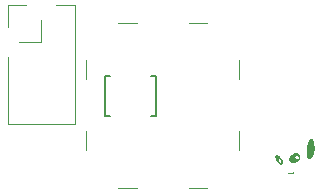
<source format=gbr>
G04 #@! TF.GenerationSoftware,KiCad,Pcbnew,5.1.5-52549c5~84~ubuntu18.04.1*
G04 #@! TF.CreationDate,2020-05-04T21:01:36+02:00*
G04 #@! TF.ProjectId,rs485_adapter,72733438-355f-4616-9461-707465722e6b,rev?*
G04 #@! TF.SameCoordinates,Original*
G04 #@! TF.FileFunction,Legend,Top*
G04 #@! TF.FilePolarity,Positive*
%FSLAX46Y46*%
G04 Gerber Fmt 4.6, Leading zero omitted, Abs format (unit mm)*
G04 Created by KiCad (PCBNEW 5.1.5-52549c5~84~ubuntu18.04.1) date 2020-05-04 21:01:36*
%MOMM*%
%LPD*%
G04 APERTURE LIST*
%ADD10C,0.120000*%
%ADD11C,0.152400*%
%ADD12C,0.010000*%
%ADD13C,0.060000*%
%ADD14C,0.100000*%
G04 APERTURE END LIST*
D10*
X127325001Y-99145001D02*
X128925001Y-99145001D01*
X127325001Y-113105001D02*
X128925001Y-113105001D01*
X133325001Y-99145001D02*
X134925001Y-99145001D01*
X133325001Y-113105001D02*
X134925001Y-113105001D01*
X124625001Y-102325001D02*
X124625001Y-103925001D01*
X137625001Y-102325001D02*
X137625001Y-103925001D01*
X124625001Y-108325001D02*
X124625001Y-109925001D01*
X137625001Y-108325001D02*
X137625001Y-109925001D01*
X118070000Y-97625000D02*
X119600000Y-97625000D01*
X118070000Y-99500000D02*
X118070000Y-97625000D01*
X120870000Y-100770000D02*
X119000000Y-100770000D01*
X120870000Y-98900000D02*
X120870000Y-100770000D01*
X122140000Y-97625000D02*
X123670000Y-97625000D01*
X123670000Y-97625000D02*
X123670000Y-107725000D01*
X118070000Y-107725000D02*
X123670000Y-107725000D01*
X118070000Y-102040000D02*
X118070000Y-107725000D01*
D11*
X126672800Y-103643600D02*
X126215600Y-103643600D01*
X130127200Y-106996400D02*
X130584400Y-106996400D01*
X130584400Y-106996400D02*
X130584400Y-103643600D01*
X130584400Y-103643600D02*
X130127200Y-103643600D01*
X126215600Y-103643600D02*
X126215600Y-106996400D01*
X126215600Y-106996400D02*
X126672800Y-106996400D01*
D12*
G36*
X143692597Y-109014074D02*
G01*
X143712744Y-109016301D01*
X143730259Y-109019900D01*
X143745584Y-109025644D01*
X143759162Y-109034307D01*
X143771435Y-109046660D01*
X143782846Y-109063476D01*
X143793836Y-109085529D01*
X143804849Y-109113591D01*
X143816327Y-109148435D01*
X143828712Y-109190834D01*
X143842446Y-109241561D01*
X143857973Y-109301388D01*
X143858695Y-109304203D01*
X143875902Y-109376810D01*
X143889936Y-109448612D01*
X143901085Y-109521779D01*
X143909634Y-109598486D01*
X143915870Y-109680905D01*
X143920005Y-109769096D01*
X143921113Y-109802741D01*
X143921618Y-109828861D01*
X143921329Y-109850085D01*
X143920054Y-109869039D01*
X143917604Y-109888350D01*
X143913787Y-109910645D01*
X143908412Y-109938553D01*
X143907268Y-109944356D01*
X143890787Y-110023047D01*
X143873261Y-110097742D01*
X143854942Y-110167675D01*
X143836083Y-110232077D01*
X143816937Y-110290181D01*
X143797755Y-110341218D01*
X143778790Y-110384421D01*
X143760296Y-110419022D01*
X143743053Y-110443629D01*
X143732349Y-110457085D01*
X143718073Y-110476053D01*
X143702371Y-110497647D01*
X143691883Y-110512488D01*
X143666382Y-110546611D01*
X143642618Y-110573537D01*
X143621318Y-110592520D01*
X143604219Y-110602442D01*
X143592244Y-110605034D01*
X143574545Y-110606694D01*
X143560035Y-110607048D01*
X143543445Y-110606202D01*
X143528165Y-110603360D01*
X143511142Y-110597639D01*
X143489325Y-110588154D01*
X143480356Y-110583954D01*
X143457588Y-110572230D01*
X143436102Y-110559517D01*
X143419048Y-110547754D01*
X143412595Y-110542291D01*
X143389694Y-110514046D01*
X143369624Y-110476219D01*
X143352368Y-110428756D01*
X143337903Y-110371605D01*
X143329355Y-110325356D01*
X143326838Y-110308100D01*
X143324818Y-110289923D01*
X143323244Y-110269510D01*
X143322068Y-110245544D01*
X143321239Y-110216711D01*
X143320708Y-110181695D01*
X143320425Y-110139180D01*
X143320341Y-110087852D01*
X143320341Y-110086596D01*
X143320464Y-110030114D01*
X143320910Y-109981767D01*
X143321799Y-109939528D01*
X143323253Y-109901373D01*
X143325393Y-109865278D01*
X143328338Y-109829218D01*
X143332210Y-109791169D01*
X143337130Y-109749105D01*
X143343219Y-109701003D01*
X143343464Y-109699114D01*
X143352522Y-109642090D01*
X143365372Y-109579635D01*
X143381427Y-109513637D01*
X143400102Y-109445984D01*
X143420809Y-109378563D01*
X143442961Y-109313263D01*
X143465973Y-109251971D01*
X143489258Y-109196575D01*
X143512228Y-109148962D01*
X143517426Y-109139273D01*
X143545293Y-109095171D01*
X143576379Y-109057853D01*
X143576984Y-109057232D01*
X143599776Y-109035955D01*
X143620464Y-109022238D01*
X143642159Y-109014919D01*
X143667971Y-109012838D01*
X143692597Y-109014074D01*
G37*
X143692597Y-109014074D02*
X143712744Y-109016301D01*
X143730259Y-109019900D01*
X143745584Y-109025644D01*
X143759162Y-109034307D01*
X143771435Y-109046660D01*
X143782846Y-109063476D01*
X143793836Y-109085529D01*
X143804849Y-109113591D01*
X143816327Y-109148435D01*
X143828712Y-109190834D01*
X143842446Y-109241561D01*
X143857973Y-109301388D01*
X143858695Y-109304203D01*
X143875902Y-109376810D01*
X143889936Y-109448612D01*
X143901085Y-109521779D01*
X143909634Y-109598486D01*
X143915870Y-109680905D01*
X143920005Y-109769096D01*
X143921113Y-109802741D01*
X143921618Y-109828861D01*
X143921329Y-109850085D01*
X143920054Y-109869039D01*
X143917604Y-109888350D01*
X143913787Y-109910645D01*
X143908412Y-109938553D01*
X143907268Y-109944356D01*
X143890787Y-110023047D01*
X143873261Y-110097742D01*
X143854942Y-110167675D01*
X143836083Y-110232077D01*
X143816937Y-110290181D01*
X143797755Y-110341218D01*
X143778790Y-110384421D01*
X143760296Y-110419022D01*
X143743053Y-110443629D01*
X143732349Y-110457085D01*
X143718073Y-110476053D01*
X143702371Y-110497647D01*
X143691883Y-110512488D01*
X143666382Y-110546611D01*
X143642618Y-110573537D01*
X143621318Y-110592520D01*
X143604219Y-110602442D01*
X143592244Y-110605034D01*
X143574545Y-110606694D01*
X143560035Y-110607048D01*
X143543445Y-110606202D01*
X143528165Y-110603360D01*
X143511142Y-110597639D01*
X143489325Y-110588154D01*
X143480356Y-110583954D01*
X143457588Y-110572230D01*
X143436102Y-110559517D01*
X143419048Y-110547754D01*
X143412595Y-110542291D01*
X143389694Y-110514046D01*
X143369624Y-110476219D01*
X143352368Y-110428756D01*
X143337903Y-110371605D01*
X143329355Y-110325356D01*
X143326838Y-110308100D01*
X143324818Y-110289923D01*
X143323244Y-110269510D01*
X143322068Y-110245544D01*
X143321239Y-110216711D01*
X143320708Y-110181695D01*
X143320425Y-110139180D01*
X143320341Y-110087852D01*
X143320341Y-110086596D01*
X143320464Y-110030114D01*
X143320910Y-109981767D01*
X143321799Y-109939528D01*
X143323253Y-109901373D01*
X143325393Y-109865278D01*
X143328338Y-109829218D01*
X143332210Y-109791169D01*
X143337130Y-109749105D01*
X143343219Y-109701003D01*
X143343464Y-109699114D01*
X143352522Y-109642090D01*
X143365372Y-109579635D01*
X143381427Y-109513637D01*
X143400102Y-109445984D01*
X143420809Y-109378563D01*
X143442961Y-109313263D01*
X143465973Y-109251971D01*
X143489258Y-109196575D01*
X143512228Y-109148962D01*
X143517426Y-109139273D01*
X143545293Y-109095171D01*
X143576379Y-109057853D01*
X143576984Y-109057232D01*
X143599776Y-109035955D01*
X143620464Y-109022238D01*
X143642159Y-109014919D01*
X143667971Y-109012838D01*
X143692597Y-109014074D01*
G36*
X142432819Y-110186113D02*
G01*
X142470659Y-110189402D01*
X142491155Y-110193233D01*
X142542786Y-110210210D01*
X142587456Y-110233990D01*
X142625042Y-110263863D01*
X142655420Y-110299117D01*
X142678467Y-110339039D01*
X142694057Y-110382919D01*
X142702068Y-110430044D01*
X142702376Y-110479702D01*
X142694857Y-110531182D01*
X142679386Y-110583772D01*
X142655841Y-110636760D01*
X142624097Y-110689435D01*
X142586065Y-110738734D01*
X142536420Y-110789842D01*
X142481430Y-110834591D01*
X142422259Y-110872478D01*
X142360074Y-110903002D01*
X142296041Y-110925661D01*
X142231325Y-110939953D01*
X142167091Y-110945377D01*
X142112614Y-110942505D01*
X142057789Y-110931443D01*
X142008693Y-110912372D01*
X141965767Y-110885484D01*
X141947283Y-110869669D01*
X141915536Y-110835772D01*
X141892396Y-110801298D01*
X141876514Y-110763656D01*
X141866537Y-110720252D01*
X141865382Y-110712481D01*
X141862822Y-110658091D01*
X141869682Y-110603027D01*
X141885330Y-110548088D01*
X141898671Y-110517811D01*
X142263560Y-110517811D01*
X142265941Y-110539448D01*
X142278902Y-110583640D01*
X142300085Y-110622993D01*
X142328594Y-110656458D01*
X142363533Y-110682989D01*
X142404006Y-110701540D01*
X142404849Y-110701817D01*
X142424807Y-110705796D01*
X142451857Y-110707488D01*
X142470080Y-110707312D01*
X142494334Y-110705907D01*
X142512720Y-110702970D01*
X142529518Y-110697512D01*
X142547086Y-110689491D01*
X142584075Y-110666124D01*
X142614678Y-110636284D01*
X142638150Y-110601384D01*
X142653745Y-110562840D01*
X142660718Y-110522064D01*
X142658321Y-110480470D01*
X142658066Y-110479058D01*
X142645362Y-110437160D01*
X142624040Y-110398774D01*
X142595381Y-110365551D01*
X142560666Y-110339142D01*
X142541841Y-110329194D01*
X142511914Y-110319686D01*
X142476792Y-110315122D01*
X142440186Y-110315561D01*
X142405809Y-110321060D01*
X142387927Y-110326762D01*
X142352779Y-110345822D01*
X142322087Y-110372280D01*
X142296836Y-110404423D01*
X142278009Y-110440535D01*
X142266589Y-110478903D01*
X142263560Y-110517811D01*
X141898671Y-110517811D01*
X141909132Y-110494072D01*
X141940457Y-110441777D01*
X141978670Y-110392002D01*
X142023141Y-110345543D01*
X142073236Y-110303200D01*
X142128322Y-110265770D01*
X142187766Y-110234052D01*
X142250937Y-110208843D01*
X142269282Y-110203037D01*
X142305659Y-110194574D01*
X142347153Y-110188839D01*
X142390595Y-110185972D01*
X142432819Y-110186113D01*
G37*
X142432819Y-110186113D02*
X142470659Y-110189402D01*
X142491155Y-110193233D01*
X142542786Y-110210210D01*
X142587456Y-110233990D01*
X142625042Y-110263863D01*
X142655420Y-110299117D01*
X142678467Y-110339039D01*
X142694057Y-110382919D01*
X142702068Y-110430044D01*
X142702376Y-110479702D01*
X142694857Y-110531182D01*
X142679386Y-110583772D01*
X142655841Y-110636760D01*
X142624097Y-110689435D01*
X142586065Y-110738734D01*
X142536420Y-110789842D01*
X142481430Y-110834591D01*
X142422259Y-110872478D01*
X142360074Y-110903002D01*
X142296041Y-110925661D01*
X142231325Y-110939953D01*
X142167091Y-110945377D01*
X142112614Y-110942505D01*
X142057789Y-110931443D01*
X142008693Y-110912372D01*
X141965767Y-110885484D01*
X141947283Y-110869669D01*
X141915536Y-110835772D01*
X141892396Y-110801298D01*
X141876514Y-110763656D01*
X141866537Y-110720252D01*
X141865382Y-110712481D01*
X141862822Y-110658091D01*
X141869682Y-110603027D01*
X141885330Y-110548088D01*
X141898671Y-110517811D01*
X142263560Y-110517811D01*
X142265941Y-110539448D01*
X142278902Y-110583640D01*
X142300085Y-110622993D01*
X142328594Y-110656458D01*
X142363533Y-110682989D01*
X142404006Y-110701540D01*
X142404849Y-110701817D01*
X142424807Y-110705796D01*
X142451857Y-110707488D01*
X142470080Y-110707312D01*
X142494334Y-110705907D01*
X142512720Y-110702970D01*
X142529518Y-110697512D01*
X142547086Y-110689491D01*
X142584075Y-110666124D01*
X142614678Y-110636284D01*
X142638150Y-110601384D01*
X142653745Y-110562840D01*
X142660718Y-110522064D01*
X142658321Y-110480470D01*
X142658066Y-110479058D01*
X142645362Y-110437160D01*
X142624040Y-110398774D01*
X142595381Y-110365551D01*
X142560666Y-110339142D01*
X142541841Y-110329194D01*
X142511914Y-110319686D01*
X142476792Y-110315122D01*
X142440186Y-110315561D01*
X142405809Y-110321060D01*
X142387927Y-110326762D01*
X142352779Y-110345822D01*
X142322087Y-110372280D01*
X142296836Y-110404423D01*
X142278009Y-110440535D01*
X142266589Y-110478903D01*
X142263560Y-110517811D01*
X141898671Y-110517811D01*
X141909132Y-110494072D01*
X141940457Y-110441777D01*
X141978670Y-110392002D01*
X142023141Y-110345543D01*
X142073236Y-110303200D01*
X142128322Y-110265770D01*
X142187766Y-110234052D01*
X142250937Y-110208843D01*
X142269282Y-110203037D01*
X142305659Y-110194574D01*
X142347153Y-110188839D01*
X142390595Y-110185972D01*
X142432819Y-110186113D01*
G36*
X140808061Y-110376736D02*
G01*
X140825595Y-110379151D01*
X140842275Y-110384412D01*
X140861074Y-110392740D01*
X140910940Y-110421146D01*
X140960424Y-110458362D01*
X141008582Y-110503049D01*
X141054473Y-110553872D01*
X141097153Y-110609494D01*
X141135681Y-110668580D01*
X141169113Y-110729792D01*
X141196508Y-110791795D01*
X141216922Y-110853253D01*
X141229414Y-110912828D01*
X141229777Y-110915465D01*
X141232545Y-110958532D01*
X141228852Y-110996593D01*
X141218989Y-111028763D01*
X141203249Y-111054158D01*
X141181921Y-111071892D01*
X141177583Y-111074168D01*
X141149615Y-111082654D01*
X141117805Y-111083917D01*
X141085585Y-111077824D01*
X141085136Y-111077682D01*
X141041599Y-111059393D01*
X140996666Y-111032178D01*
X140951277Y-110997001D01*
X140906372Y-110954823D01*
X140862891Y-110906608D01*
X140821774Y-110853318D01*
X140783961Y-110795915D01*
X140750392Y-110735362D01*
X140749936Y-110734455D01*
X140724577Y-110680181D01*
X140716107Y-110657910D01*
X140869680Y-110657910D01*
X140869939Y-110685651D01*
X140872517Y-110713647D01*
X140876963Y-110737038D01*
X140886803Y-110767201D01*
X140901395Y-110801492D01*
X140918931Y-110836280D01*
X140937604Y-110867932D01*
X140952778Y-110889358D01*
X140984291Y-110925142D01*
X141015548Y-110953231D01*
X141045902Y-110973336D01*
X141074705Y-110985170D01*
X141101309Y-110988445D01*
X141125066Y-110982874D01*
X141140529Y-110972802D01*
X141155163Y-110956335D01*
X141164415Y-110936339D01*
X141169002Y-110910649D01*
X141169798Y-110884652D01*
X141165980Y-110845421D01*
X141155983Y-110805103D01*
X141140661Y-110764787D01*
X141120862Y-110725564D01*
X141097438Y-110688524D01*
X141071240Y-110654757D01*
X141043119Y-110625354D01*
X141013925Y-110601405D01*
X140984509Y-110584000D01*
X140955722Y-110574230D01*
X140928415Y-110573185D01*
X140926917Y-110573411D01*
X140904622Y-110581946D01*
X140886266Y-110598765D01*
X140876201Y-110616022D01*
X140871761Y-110633631D01*
X140869680Y-110657910D01*
X140716107Y-110657910D01*
X140705901Y-110631078D01*
X140693352Y-110585186D01*
X140686376Y-110540545D01*
X140684420Y-110503156D01*
X140684543Y-110478070D01*
X140685752Y-110460116D01*
X140688504Y-110446286D01*
X140693257Y-110433571D01*
X140695839Y-110428087D01*
X140706608Y-110410757D01*
X140720067Y-110395069D01*
X140725867Y-110389987D01*
X140736170Y-110382944D01*
X140746269Y-110378788D01*
X140759335Y-110376779D01*
X140778541Y-110376174D01*
X140785037Y-110376156D01*
X140808061Y-110376736D01*
G37*
X140808061Y-110376736D02*
X140825595Y-110379151D01*
X140842275Y-110384412D01*
X140861074Y-110392740D01*
X140910940Y-110421146D01*
X140960424Y-110458362D01*
X141008582Y-110503049D01*
X141054473Y-110553872D01*
X141097153Y-110609494D01*
X141135681Y-110668580D01*
X141169113Y-110729792D01*
X141196508Y-110791795D01*
X141216922Y-110853253D01*
X141229414Y-110912828D01*
X141229777Y-110915465D01*
X141232545Y-110958532D01*
X141228852Y-110996593D01*
X141218989Y-111028763D01*
X141203249Y-111054158D01*
X141181921Y-111071892D01*
X141177583Y-111074168D01*
X141149615Y-111082654D01*
X141117805Y-111083917D01*
X141085585Y-111077824D01*
X141085136Y-111077682D01*
X141041599Y-111059393D01*
X140996666Y-111032178D01*
X140951277Y-110997001D01*
X140906372Y-110954823D01*
X140862891Y-110906608D01*
X140821774Y-110853318D01*
X140783961Y-110795915D01*
X140750392Y-110735362D01*
X140749936Y-110734455D01*
X140724577Y-110680181D01*
X140716107Y-110657910D01*
X140869680Y-110657910D01*
X140869939Y-110685651D01*
X140872517Y-110713647D01*
X140876963Y-110737038D01*
X140886803Y-110767201D01*
X140901395Y-110801492D01*
X140918931Y-110836280D01*
X140937604Y-110867932D01*
X140952778Y-110889358D01*
X140984291Y-110925142D01*
X141015548Y-110953231D01*
X141045902Y-110973336D01*
X141074705Y-110985170D01*
X141101309Y-110988445D01*
X141125066Y-110982874D01*
X141140529Y-110972802D01*
X141155163Y-110956335D01*
X141164415Y-110936339D01*
X141169002Y-110910649D01*
X141169798Y-110884652D01*
X141165980Y-110845421D01*
X141155983Y-110805103D01*
X141140661Y-110764787D01*
X141120862Y-110725564D01*
X141097438Y-110688524D01*
X141071240Y-110654757D01*
X141043119Y-110625354D01*
X141013925Y-110601405D01*
X140984509Y-110584000D01*
X140955722Y-110574230D01*
X140928415Y-110573185D01*
X140926917Y-110573411D01*
X140904622Y-110581946D01*
X140886266Y-110598765D01*
X140876201Y-110616022D01*
X140871761Y-110633631D01*
X140869680Y-110657910D01*
X140716107Y-110657910D01*
X140705901Y-110631078D01*
X140693352Y-110585186D01*
X140686376Y-110540545D01*
X140684420Y-110503156D01*
X140684543Y-110478070D01*
X140685752Y-110460116D01*
X140688504Y-110446286D01*
X140693257Y-110433571D01*
X140695839Y-110428087D01*
X140706608Y-110410757D01*
X140720067Y-110395069D01*
X140725867Y-110389987D01*
X140736170Y-110382944D01*
X140746269Y-110378788D01*
X140759335Y-110376779D01*
X140778541Y-110376174D01*
X140785037Y-110376156D01*
X140808061Y-110376736D01*
D13*
G36*
X142139088Y-111816166D02*
G01*
X142143280Y-111821574D01*
X142144238Y-111829770D01*
X142139820Y-111835190D01*
X142127771Y-111843046D01*
X142110051Y-111852429D01*
X142088621Y-111862426D01*
X142065442Y-111872127D01*
X142042474Y-111880620D01*
X142021678Y-111886995D01*
X142020313Y-111887349D01*
X141977252Y-111894822D01*
X141928757Y-111897196D01*
X141878181Y-111894474D01*
X141831896Y-111887301D01*
X141804596Y-111881522D01*
X141785705Y-111877309D01*
X141773682Y-111874176D01*
X141766984Y-111871638D01*
X141764069Y-111869212D01*
X141763395Y-111866412D01*
X141763393Y-111865769D01*
X141764422Y-111858063D01*
X141768294Y-111853420D01*
X141776536Y-111851705D01*
X141790672Y-111852785D01*
X141812228Y-111856526D01*
X141829356Y-111859993D01*
X141888318Y-111869445D01*
X141941784Y-111871777D01*
X141991708Y-111866778D01*
X142040042Y-111854237D01*
X142088738Y-111833945D01*
X142093617Y-111831524D01*
X142115603Y-111821094D01*
X142130311Y-111815990D01*
X142139088Y-111816166D01*
G37*
X142139088Y-111816166D02*
X142143280Y-111821574D01*
X142144238Y-111829770D01*
X142139820Y-111835190D01*
X142127771Y-111843046D01*
X142110051Y-111852429D01*
X142088621Y-111862426D01*
X142065442Y-111872127D01*
X142042474Y-111880620D01*
X142021678Y-111886995D01*
X142020313Y-111887349D01*
X141977252Y-111894822D01*
X141928757Y-111897196D01*
X141878181Y-111894474D01*
X141831896Y-111887301D01*
X141804596Y-111881522D01*
X141785705Y-111877309D01*
X141773682Y-111874176D01*
X141766984Y-111871638D01*
X141764069Y-111869212D01*
X141763395Y-111866412D01*
X141763393Y-111865769D01*
X141764422Y-111858063D01*
X141768294Y-111853420D01*
X141776536Y-111851705D01*
X141790672Y-111852785D01*
X141812228Y-111856526D01*
X141829356Y-111859993D01*
X141888318Y-111869445D01*
X141941784Y-111871777D01*
X141991708Y-111866778D01*
X142040042Y-111854237D01*
X142088738Y-111833945D01*
X142093617Y-111831524D01*
X142115603Y-111821094D01*
X142130311Y-111815990D01*
X142139088Y-111816166D01*
D14*
X135140000Y-97800000D02*
G75*
G03X135140000Y-97800000I-50000J0D01*
G01*
X129640000Y-97800000D02*
G75*
G03X129640000Y-97800000I-50000J0D01*
G01*
M02*

</source>
